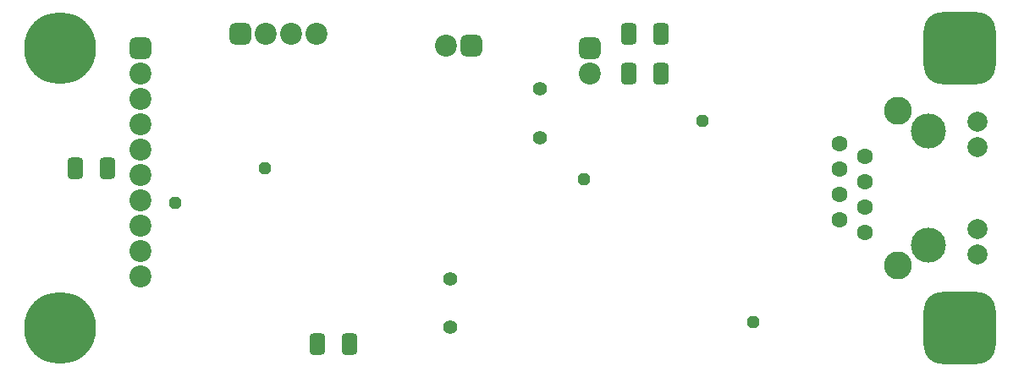
<source format=gts>
G04*
G04 #@! TF.GenerationSoftware,Altium Limited,Altium Designer,22.11.1 (43)*
G04*
G04 Layer_Color=8388736*
%FSLAX44Y44*%
%MOMM*%
G71*
G04*
G04 #@! TF.SameCoordinates,8D8AEDD0-DFFB-4D3A-BB57-83E995E82AED*
G04*
G04*
G04 #@! TF.FilePolarity,Negative*
G04*
G01*
G75*
G04:AMPARAMS|DCode=15|XSize=2.2mm|YSize=1.6mm|CornerRadius=0.45mm|HoleSize=0mm|Usage=FLASHONLY|Rotation=90.000|XOffset=0mm|YOffset=0mm|HoleType=Round|Shape=RoundedRectangle|*
%AMROUNDEDRECTD15*
21,1,2.2000,0.7000,0,0,90.0*
21,1,1.3000,1.6000,0,0,90.0*
1,1,0.9000,0.3500,0.6500*
1,1,0.9000,0.3500,-0.6500*
1,1,0.9000,-0.3500,-0.6500*
1,1,0.9000,-0.3500,0.6500*
%
%ADD15ROUNDEDRECTD15*%
%ADD16C,2.2000*%
G04:AMPARAMS|DCode=17|XSize=2.2mm|YSize=2.2mm|CornerRadius=0.6mm|HoleSize=0mm|Usage=FLASHONLY|Rotation=180.000|XOffset=0mm|YOffset=0mm|HoleType=Round|Shape=RoundedRectangle|*
%AMROUNDEDRECTD17*
21,1,2.2000,1.0000,0,0,180.0*
21,1,1.0000,2.2000,0,0,180.0*
1,1,1.2000,-0.5000,0.5000*
1,1,1.2000,0.5000,0.5000*
1,1,1.2000,0.5000,-0.5000*
1,1,1.2000,-0.5000,-0.5000*
%
%ADD17ROUNDEDRECTD17*%
G04:AMPARAMS|DCode=18|XSize=2.2mm|YSize=2.2mm|CornerRadius=0.6mm|HoleSize=0mm|Usage=FLASHONLY|Rotation=270.000|XOffset=0mm|YOffset=0mm|HoleType=Round|Shape=RoundedRectangle|*
%AMROUNDEDRECTD18*
21,1,2.2000,1.0000,0,0,270.0*
21,1,1.0000,2.2000,0,0,270.0*
1,1,1.2000,-0.5000,-0.5000*
1,1,1.2000,-0.5000,0.5000*
1,1,1.2000,0.5000,0.5000*
1,1,1.2000,0.5000,-0.5000*
%
%ADD18ROUNDEDRECTD18*%
%ADD19C,2.0000*%
%ADD20C,1.6000*%
%ADD21C,3.5000*%
%ADD22C,2.8000*%
%ADD23C,1.4000*%
G04:AMPARAMS|DCode=24|XSize=1.2mm|YSize=1.2mm|CornerRadius=0mm|HoleSize=0mm|Usage=FLASHONLY|Rotation=90.000|XOffset=0mm|YOffset=0mm|HoleType=Round|Shape=Octagon|*
%AMOCTAGOND24*
4,1,8,0.3000,0.6000,-0.3000,0.6000,-0.6000,0.3000,-0.6000,-0.3000,-0.3000,-0.6000,0.3000,-0.6000,0.6000,-0.3000,0.6000,0.3000,0.3000,0.6000,0.0*
%
%ADD24OCTAGOND24*%

%ADD25C,7.2000*%
G04:AMPARAMS|DCode=26|XSize=7.2mm|YSize=7.2mm|CornerRadius=1.85mm|HoleSize=0mm|Usage=FLASHONLY|Rotation=0.000|XOffset=0mm|YOffset=0mm|HoleType=Round|Shape=RoundedRectangle|*
%AMROUNDEDRECTD26*
21,1,7.2000,3.5000,0,0,0.0*
21,1,3.5000,7.2000,0,0,0.0*
1,1,3.7000,1.7500,-1.7500*
1,1,3.7000,-1.7500,-1.7500*
1,1,3.7000,-1.7500,1.7500*
1,1,3.7000,1.7500,1.7500*
%
%ADD26ROUNDEDRECTD26*%
G04:AMPARAMS|DCode=27|XSize=1.2mm|YSize=1.2mm|CornerRadius=0mm|HoleSize=0mm|Usage=FLASHONLY|Rotation=0.000|XOffset=0mm|YOffset=0mm|HoleType=Round|Shape=Octagon|*
%AMOCTAGOND27*
4,1,8,0.6000,-0.3000,0.6000,0.3000,0.3000,0.6000,-0.3000,0.6000,-0.6000,0.3000,-0.6000,-0.3000,-0.3000,-0.6000,0.3000,-0.6000,0.6000,-0.3000,0.0*
%
%ADD27OCTAGOND27*%

D15*
X651000Y345000D02*
D03*
X619000D02*
D03*
X651000Y305000D02*
D03*
X619000D02*
D03*
X339000Y34000D02*
D03*
X307000D02*
D03*
X97000Y210000D02*
D03*
X65000D02*
D03*
D16*
X435600Y333000D02*
D03*
X580000Y304600D02*
D03*
X130000D02*
D03*
Y253800D02*
D03*
Y228400D02*
D03*
Y279200D02*
D03*
Y177600D02*
D03*
Y152200D02*
D03*
Y203000D02*
D03*
Y126800D02*
D03*
Y101400D02*
D03*
X255400Y345000D02*
D03*
X306200D02*
D03*
X280800D02*
D03*
D17*
X461000Y333000D02*
D03*
X230000Y345000D02*
D03*
D18*
X580000Y330000D02*
D03*
X130000D02*
D03*
D19*
X967500Y230900D02*
D03*
Y256300D02*
D03*
Y149100D02*
D03*
Y123700D02*
D03*
D20*
X829600Y234450D02*
D03*
X855000Y221750D02*
D03*
X829600Y209050D02*
D03*
X855000Y196350D02*
D03*
X829600Y183650D02*
D03*
X855000Y170950D02*
D03*
X829600Y158250D02*
D03*
X855000Y145550D02*
D03*
D21*
X918500Y247150D02*
D03*
Y132850D02*
D03*
D22*
X888000Y267450D02*
D03*
Y112550D02*
D03*
D23*
X530000Y240600D02*
D03*
Y289400D02*
D03*
X440000Y50600D02*
D03*
Y99400D02*
D03*
D24*
X573720Y198720D02*
D03*
X743000Y56000D02*
D03*
X692681Y257564D02*
D03*
X255000Y210000D02*
D03*
D25*
X50000Y50000D02*
D03*
Y330000D02*
D03*
D26*
X950000D02*
D03*
Y50000D02*
D03*
D27*
X165000Y175000D02*
D03*
M02*

</source>
